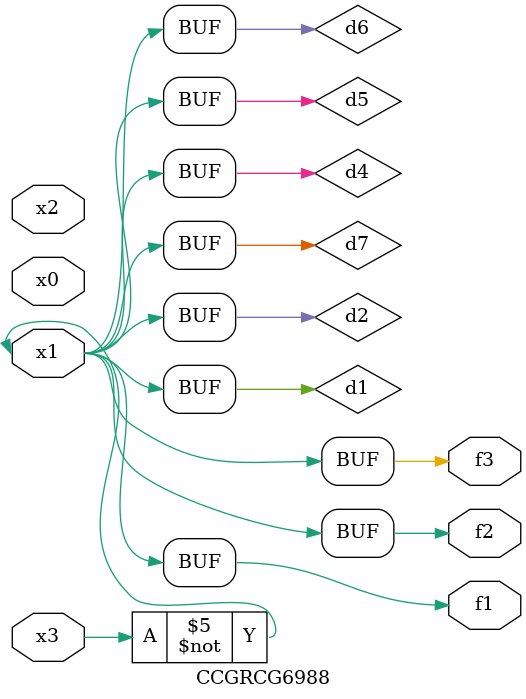
<source format=v>
module CCGRCG6988(
	input x0, x1, x2, x3,
	output f1, f2, f3
);

	wire d1, d2, d3, d4, d5, d6, d7;

	not (d1, x3);
	buf (d2, x1);
	xnor (d3, d1, d2);
	nor (d4, d1);
	buf (d5, d1, d2);
	buf (d6, d4, d5);
	nand (d7, d4);
	assign f1 = d6;
	assign f2 = d7;
	assign f3 = d6;
endmodule

</source>
